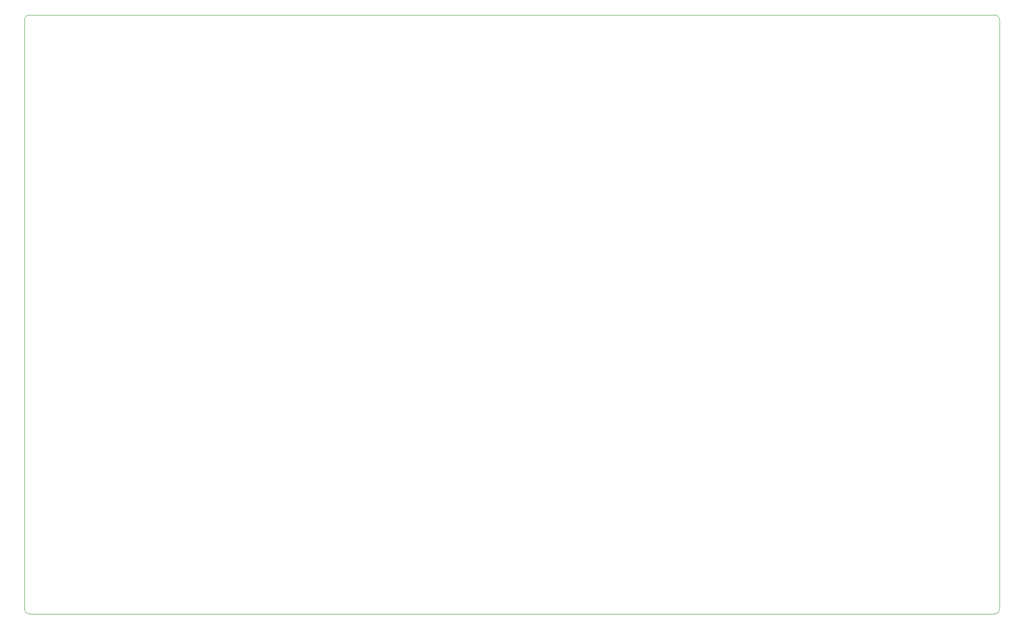
<source format=gbr>
%TF.GenerationSoftware,KiCad,Pcbnew,8.0.6*%
%TF.CreationDate,2024-11-21T10:17:36-07:00*%
%TF.ProjectId,newk-tabesque48,6e65776b-2d74-4616-9265-737175653438,rev?*%
%TF.SameCoordinates,Original*%
%TF.FileFunction,Profile,NP*%
%FSLAX46Y46*%
G04 Gerber Fmt 4.6, Leading zero omitted, Abs format (unit mm)*
G04 Created by KiCad (PCBNEW 8.0.6) date 2024-11-21 10:17:36*
%MOMM*%
%LPD*%
G01*
G04 APERTURE LIST*
%TA.AperFunction,Profile*%
%ADD10C,0.050000*%
%TD*%
G04 APERTURE END LIST*
D10*
X58928000Y-27305000D02*
G75*
G02*
X59944000Y-26289000I1016000J0D01*
G01*
X251460000Y-27305000D02*
X251460000Y-143637000D01*
X58928000Y-143637000D02*
X58928000Y-27305000D01*
X250444000Y-26289000D02*
G75*
G02*
X251460000Y-27305000I0J-1016000D01*
G01*
X250444000Y-26289000D02*
X59944000Y-26289000D01*
X59944000Y-144653000D02*
X250444000Y-144653000D01*
X59944000Y-144653000D02*
G75*
G02*
X58928000Y-143637000I0J1016000D01*
G01*
X251460000Y-143637000D02*
G75*
G02*
X250444000Y-144653000I-1016000J0D01*
G01*
M02*

</source>
